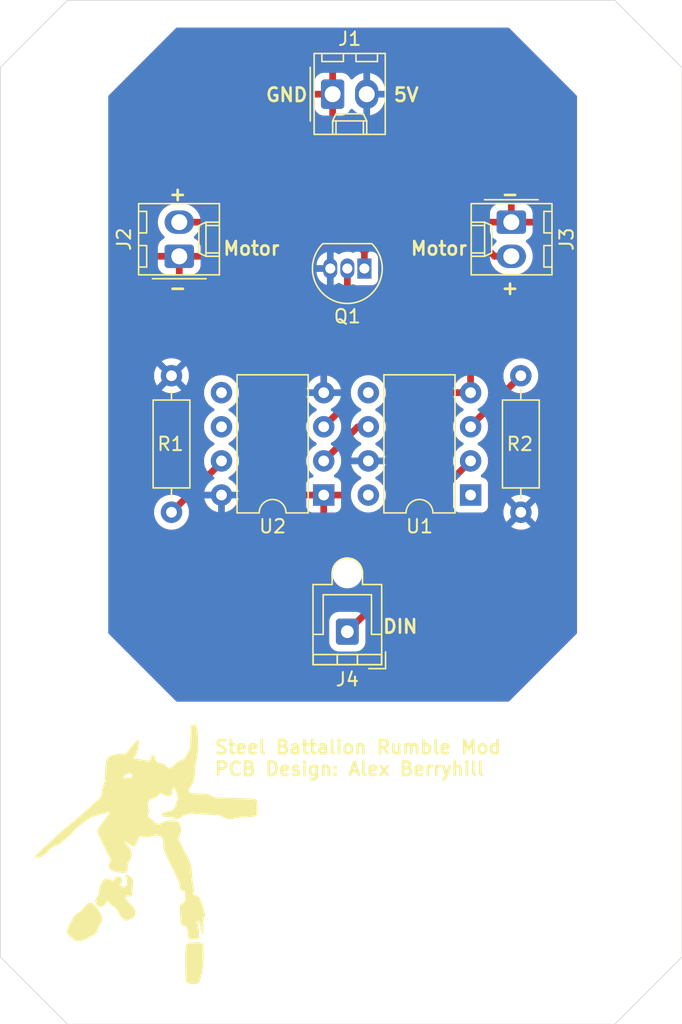
<source format=kicad_pcb>
(kicad_pcb (version 20240108) (generator "pcbnew") (generator_version "8.0")
  (layers (0 "F.Cu" signal) (31 "B.Cu" signal) (34 "B.Paste" user) (35 "F.Paste" user) (36 "B.SilkS" user "B.Silkscreen") (37 "F.SilkS" user "F.Silkscreen") (38 "B.Mask" user) (39 "F.Mask" user) (44 "Edge.Cuts" user))
  (net 0 "")
  (net 1 "GND")
  (net 2 "Net-(Q1-B)")
  (net 3 "+5V")
  (net 4 "Net-(U2-DIS)")
  (net 7 "Net-(U2-TR)")
  (net 8 "Net-(U1-+)")
  (net 11 "Net-(J2-Pin_2)")
  (net 12 "Net-(J4-Pin_1)")
  (footprint "LOGO" (layer "F.Cu") (at 161.925 118.11)
    (property "Reference" "G***" (hide yes))
    (property "Value" "LOGO" (hide yes))
    (fp_poly (pts (xy -3.9313 3.702741) (xy -3.764135 3.839519) (xy -3.575326 4.050608) (xy -3.413165 4.271283) (xy -3.25239 4.574737) (xy -3.194578 4.855423) (xy -3.240254 5.106409) (xy -3.338048 5.265474) (xy -3.444722 5.430837) (xy -3.52826 5.624591) (xy -3.535641 5.649099) (xy -3.598821 5.834471) (xy -3.681947 5.966097) (xy -3.811859 6.071763) (xy -4.0154 6.179256) (xy -4.074115 6.206547) (xy -4.279836 6.30109) (xy -4.469829 6.388703) (xy -4.579867 6.43969) (xy -4.854032 6.53666) (xy -5.075217 6.54391) (xy -5.23611 6.47722) (xy -5.469332 6.300205) (xy -5.660387 6.117907) (xy -5.791264 5.950139) (xy -5.84395 5.816712) (xy -5.844247 5.808295) (xy -5.81782 5.6999) (xy -5.746491 5.519563) (xy -5.642192 5.292299) (xy -5.516857 5.043128) (xy -5.382416 4.797065) (xy -5.279781 4.624787) (xy -5.183562 4.524636) (xy -5.030972 4.416282) (xy -4.959517 4.376134) (xy -4.722245 4.201055) (xy -4.592593 4.030683) (xy -4.43683 3.829686) (xy -4.245934 3.696905) (xy -4.062857 3.653553)) (fill solid) (layer "F.SilkS"))
    (fp_poly (pts (xy 4.038871 6.607124) (xy 4.145236 6.634775) (xy 4.227759 6.68657) (xy 4.27623 6.730595) (xy 4.310232 6.783618) (xy 4.33201 6.864267) (xy 4.343813 6.991173) (xy 4.34789 7.182966) (xy 4.346487 7.458275) (xy 4.3442 7.65161) (xy 4.336341 8.024788) (xy 4.321095 8.318265) (xy 4.294889 8.564663) (xy 4.254151 8.796606) (xy 4.195311 9.046716) (xy 4.188604 9.072782) (xy 4.121582 9.311142) (xy 4.056182 9.508144) (xy 4.001398 9.638424) (xy 3.974714 9.676015) (xy 3.872895 9.70217) (xy 3.700679 9.713502) (xy 3.499044 9.710229) (xy 3.308971 9.692572) (xy 3.205147 9.671885) (xy 3.076683 9.585275) (xy 3.028116 9.494853) (xy 3.016557 9.399425) (xy 3.005864 9.210057) (xy 2.996625 8.945197) (xy 2.989432 8.623293) (xy 2.984873 8.262795) (xy 2.98392 8.11231) (xy 2.982011 7.669049) (xy 2.984523 7.325192) (xy 2.997104 7.067758) (xy 3.025397 6.883769) (xy 3.075049 6.760245) (xy 3.151705 6.684205) (xy 3.261011 6.642672) (xy 3.408611 6.622666) (xy 3.600151 6.611206) (xy 3.637714 6.609161) (xy 3.879469 6.599868)) (fill solid) (layer "F.SilkS"))
    (fp_poly (pts (xy -1.211175 1.625898) (xy -1.085985 1.710985) (xy -0.994644 1.809037) (xy -0.9453 1.884259) (xy -0.915873 1.965447) (xy -0.904323 2.077598) (xy -0.908607 2.24571) (xy -0.926687 2.494779) (xy -0.932709 2.567666) (xy -0.983407 3.175) (xy -1.151991 3.183885) (xy -1.297184 3.192001) (xy -1.390818 3.197934) (xy -1.459512 3.239089) (xy -1.447809 3.336402) (xy -1.362545 3.475163) (xy -1.210554 3.640664) (xy -1.166039 3.681715) (xy -0.958351 3.879219) (xy -0.827511 4.038181) (xy -0.757758 4.183731) (xy -0.733327 4.341) (xy -0.732522 4.372832) (xy -0.757817 4.583845) (xy -0.852802 4.741741) (xy -1.038147 4.88063) (xy -1.041362 4.882531) (xy -1.270811 4.985769) (xy -1.462528 4.990937) (xy -1.639693 4.894418) (xy -1.762736 4.76996) (xy -1.883686 4.60658) (xy -1.971844 4.447303) (xy -1.996025 4.378116) (xy -2.074542 4.21925) (xy -2.220517 4.05985) (xy -2.39577 3.937759) (xy -2.472879 3.905432) (xy -2.577525 3.832067) (xy -2.670808 3.705829) (xy -2.671307 3.704867) (xy -2.753645 3.583403) (xy -2.823617 3.542586) (xy -2.862854 3.589753) (xy -2.865929 3.627112) (xy -2.913804 3.751288) (xy -3.032179 3.8738) (xy -3.183173 3.963223) (xy -3.303137 3.989823) (xy -3.492041 3.942532) (xy -3.628463 3.818952) (xy -3.703181 3.646524) (xy -3.706974 3.452687) (xy -3.630621 3.264884) (xy -3.570932 3.192896) (xy -3.469736 3.049983) (xy -3.440908 2.871877) (xy -3.441741 2.834016) (xy -3.422119 2.629606) (xy -3.358588 2.401421) (xy -3.26561 2.183515) (xy -3.157647 2.009941) (xy -3.051827 1.915932) (xy -2.86109 1.862515) (xy -2.67781 1.865424) (xy -2.544211 1.922818) (xy -2.528761 1.938717) (xy -2.422921 2.015873) (xy -2.335206 1.994312) (xy -2.293842 1.898447) (xy -2.23179 1.788292) (xy -2.085333 1.719462) (xy -1.945634 1.692253) (xy -1.857132 1.722626) (xy -1.797717 1.784909) (xy -1.725411 1.953966) (xy -1.734256 2.145277) (xy -1.801584 2.279927) (xy -1.847732 2.349024) (xy -1.826603 2.391193) (xy -1.720134 2.42539) (xy -1.647602 2.441512) (xy -1.511482 2.454526) (xy -1.433904 2.407449) (xy -1.408774 2.367478) (xy -1.359721 2.196793) (xy -1.353585 1.988452) (xy -1.389611 1.801357) (xy -1.416788 1.743829) (xy -1.45483 1.638627) (xy -1.418185 1.58623) (xy -1.329437 1.58315)) (fill solid) (layer "F.SilkS"))
    (fp_poly (pts (xy 3.687201 -9.596424) (xy 3.769432 -9.557184) (xy 3.83001 -9.467209) (xy 3.873571 -9.312903) (xy 3.904751 -9.08067) (xy 3.928189 -8.756914) (xy 3.93915 -8.541593) (xy 3.952819 -8.194526) (xy 3.955309 -7.922777) (xy 3.944269 -7.689624) (xy 3.917347 -7.458343) (xy 3.872192 -7.19221) (xy 3.842961 -7.039307) (xy 3.789506 -6.738443) (xy 3.746108 -6.443106) (xy 3.717563 -6.189381) (xy 3.708537 -6.027803) (xy 3.669909 -5.595224) (xy 3.555009 -5.244758) (xy 3.453454 -5.079251) (xy 3.356007 -4.92613) (xy 3.291173 -4.781578) (xy 3.286775 -4.76601) (xy 3.276126 -4.652196) (xy 3.318888 -4.570432) (xy 3.428112 -4.515711) (xy 3.616849 -4.483027) (xy 3.898147 -4.467375) (xy 4.072973 -4.464412) (xy 4.361154 -4.458976) (xy 4.561912 -4.446391) (xy 4.700166 -4.422876) (xy 4.800832 -4.384651) (xy 4.866753 -4.343984) (xy 5.011102 -4.255484) (xy 5.137314 -4.198553) (xy 5.141815 -4.197215) (xy 5.226577 -4.18731) (xy 5.407591 -4.175923) (xy 5.66874 -4.163733) (xy 5.993906 -4.151419) (xy 6.366971 -4.139658) (xy 6.743363 -4.129799) (xy 7.199499 -4.118204) (xy 7.555952 -4.10691) (xy 7.825422 -4.094888) (xy 8.020609 -4.081107) (xy 8.154211 -4.064537) (xy 8.238928 -4.044149) (xy 8.287459 -4.018913) (xy 8.302766 -4.003331) (xy 8.340941 -3.891401) (xy 8.364833 -3.680425) (xy 8.373009 -3.38617) (xy 8.373009 -2.860194) (xy 8.178133 -2.778769) (xy 8.002978 -2.73347) (xy 7.751249 -2.705041) (xy 7.515603 -2.697345) (xy 7.241391 -2.685771) (xy 6.959177 -2.655312) (xy 6.7269 -2.612361) (xy 6.713024 -2.608792) (xy 6.375461 -2.548292) (xy 6.091525 -2.566797) (xy 5.831842 -2.667536) (xy 5.754531 -2.71411) (xy 5.65924 -2.770659) (xy 5.561569 -2.811223) (xy 5.43932 -2.83952) (xy 5.270293 -2.859269) (xy 5.032291 -2.874187) (xy 4.720354 -2.887338) (xy 4.401724 -2.90126) (xy 4.098103 -2.917696) (xy 3.839414 -2.934816) (xy 3.655582 -2.950787) (xy 3.624558 -2.95442) (xy 3.335505 -2.961028) (xy 3.070001 -2.911911) (xy 2.859802 -2.815274) (xy 2.770017 -2.733625) (xy 2.615452 -2.616353) (xy 2.415472 -2.564959) (xy 2.217038 -2.586898) (xy 2.127406 -2.631617) (xy 1.969625 -2.696204) (xy 1.723598 -2.723909) (xy 1.629646 -2.725442) (xy 1.432833 -2.728059) (xy 1.321756 -2.742688) (xy 1.269778 -2.7795) (xy 1.250262 -2.848666) (xy 1.24743 -2.871372) (xy 1.248605 -2.958751) (xy 1.293773 -3.017834) (xy 1.407605 -3.069418) (xy 1.528403 -3.108262) (xy 1.726634 -3.166817) (xy 1.904068 -3.215967) (xy 1.976071 -3.234146) (xy 2.10087 -3.311613) (xy 2.209382 -3.458004) (xy 2.272661 -3.63057) (xy 2.278483 -3.680752) (xy 2.30552 -3.768454) (xy 2.355211 -3.871806) (xy 2.401577 -4.053375) (xy 2.388243 -4.290336) (xy 2.320246 -4.546211) (xy 2.237003 -4.72753) (xy 2.113304 -4.947622) (xy 2.022623 -4.59516) (xy 1.970424 -4.405125) (xy 1.925599 -4.300264) (xy 1.870012 -4.256299) (xy 1.785527 -4.248948) (xy 1.764587 -4.249691) (xy 1.610931 -4.278834) (xy 1.42222 -4.343869) (xy 1.35135 -4.375481) (xy 1.202674 -4.444272) (xy 1.120089 -4.464555) (xy 1.068816 -4.43739) (xy 1.029138 -4.385299) (xy 0.869612 -4.195806) (xy 0.72623 -4.109398) (xy 0.672967 -4.102212) (xy 0.49913 -4.068592) (xy 0.347832 -3.984131) (xy 0.260461 -3.87343) (xy 0.254939 -3.853751) (xy 0.213425 -3.621276) (xy 0.202021 -3.469309) (xy 0.221356 -3.369902) (xy 0.267405 -3.300209) (xy 0.322014 -3.223029) (xy 0.321625 -3.142533) (xy 0.267886 -3.014158) (xy 0.213498 -2.872866) (xy 0.226127 -2.774874) (xy 0.318993 -2.683772) (xy 0.409971 -2.622831) (xy 0.540666 -2.511357) (xy 0.626717 -2.391894) (xy 0.734453 -2.278051) (xy 0.904743 -2.22187) (xy 1.101507 -2.227139) (xy 1.288663 -2.297647) (xy 1.320576 -2.319036) (xy 1.461397 -2.395634) (xy 1.647221 -2.441184) (xy 1.88946 -2.46329) (xy 2.162604 -2.466208) (xy 2.351531 -2.434317) (xy 2.481733 -2.357213) (xy 2.578699 -2.224494) (xy 2.605729 -2.170994) (xy 2.687424 -1.896944) (xy 2.66869 -1.614822) (xy 2.584529 -1.375832) (xy 2.471712 -1.128184) (xy 2.667466 -0.718627) (xy 2.779245 -0.48849) (xy 2.890428 -0.26569) (xy 2.97844 -0.095411) (xy 2.984407 -0.084292) (xy 3.150609 0.225853) (xy 3.271559 0.462892) (xy 3.355432 0.652597) (xy 3.410399 0.820742) (xy 3.444634 0.9931) (xy 3.46631 1.195445) (xy 3.483599 1.45355) (xy 3.486306 1.498458) (xy 3.508933 1.796494) (xy 3.538906 2.0831) (xy 3.572078 2.323044) (xy 3.600096 2.465564) (xy 3.640435 2.670339) (xy 3.634433 2.814487) (xy 3.608626 2.889768) (xy 3.571925 2.990169) (xy 3.592302 3.049219) (xy 3.689752 3.089372) (xy 3.811508 3.117611) (xy 3.916304 3.158318) (xy 4.008282 3.241238) (xy 4.095182 3.380822) (xy 4.184744 3.591521) (xy 4.284709 3.887784) (xy 4.363203 4.147627) (xy 4.428125 4.374287) (xy 4.46211 4.521082) (xy 4.466784 4.615716) (xy 4.443768 4.685895) (xy 4.39872 4.753795) (xy 4.350658 4.835573) (xy 4.324497 4.934883) (xy 4.317554 5.079396) (xy 4.327147 5.296786) (xy 4.335048 5.410815) (xy 4.347537 5.702271) (xy 4.33689 5.903729) (xy 4.304146 6.008607) (xy 4.250342 6.01032) (xy 4.241712 6.002479) (xy 4.217325 5.934759) (xy 4.184446 5.788906) (xy 4.153877 5.618347) (xy 4.115198 5.415135) (xy 4.072467 5.24577) (xy 4.041435 5.161347) (xy 3.972866 5.07793) (xy 3.912837 5.060266) (xy 3.893862 5.109695) (xy 3.908104 5.155863) (xy 3.932849 5.254133) (xy 3.962406 5.432434) (xy 3.991765 5.658841) (xy 4.002534 5.757693) (xy 4.025218 6.000794) (xy 4.031353 6.157058) (xy 4.018912 6.251094) (xy 3.985868 6.307512) (xy 3.955111 6.333689) (xy 3.831471 6.379068) (xy 3.647805 6.401739) (xy 3.454483 6.40005) (xy 3.301879 6.372351) (xy 3.267439 6.356224) (xy 3.21944 6.271341) (xy 3.180948 6.095697) (xy 3.161786 5.921576) (xy 3.134251 5.669367) (xy 3.091678 5.510369) (xy 3.024201 5.425519) (xy 2.921958 5.395757) (xy 2.889123 5.394691) (xy 2.794947 5.37632) (xy 2.724913 5.311489) (xy 2.674342 5.18562) (xy 2.638552 4.984137) (xy 2.612862 4.69246) (xy 2.601943 4.500335) (xy 2.588798 4.216851) (xy 2.584727 4.024938) (xy 2.592071 3.903977) (xy 2.613174 3.833352) (xy 2.650377 3.792445) (xy 2.684706 3.771809) (xy 2.838448 3.67148) (xy 2.928064 3.553439) (xy 2.969371 3.385323) (xy 2.978319 3.170986) (xy 2.975428 2.975677) (xy 2.960693 2.867314) (xy 2.925025 2.82049) (xy 2.859333 2.809797) (xy 2.849071 2.809735) (xy 2.697296 2.773156) (xy 2.611726 2.656716) (xy 2.584956 2.451163) (xy 2.572395 2.350646) (xy 2.531489 2.209922) (xy 2.457404 2.017417) (xy 2.345308 1.761554) (xy 2.190365 1.43076) (xy 1.987744 1.013458) (xy 1.966815 0.970876) (xy 1.775813 0.581726) (xy 1.628856 0.277915) (xy 1.520174 0.044038) (xy 1.443995 -0.135313) (xy 1.394548 -0.275543) (xy 1.366061 -0.392058) (xy 1.352763 -0.500265) (xy 1.348884 -0.615571) (xy 1.348673 -0.679257) (xy 1.343543 -0.897415) (xy 1.322136 -1.038206) (xy 1.275422 -1.136417) (xy 1.210741 -1.21074) (xy 1.022002 -1.323001) (xy 0.779708 -1.345302) (xy 0.499123 -1.27654) (xy 0.468988 -1.26438) (xy 0.170667 -1.187904) (xy -0.107679 -1.210032) (xy -0.237875 -1.2609) (xy -0.324575 -1.303404) (xy -0.383417 -1.308504) (xy -0.43175 -1.259111) (xy -0.486926 -1.13814) (xy -0.560979 -0.942696) (xy -0.656473 -0.712838) (xy -0.743492 -0.579745) (xy -0.839835 -0.530909) (xy -0.963301 -0.55382) (xy -1.055088 -0.595425) (xy -1.224465 -0.69223) (xy -1.371464 -0.794035) (xy -1.390818 -0.809977) (xy -1.484503 -0.876846) (xy -1.515348 -0.870813) (xy -1.488112 -0.808764) (xy -1.407557 -0.707582) (xy -1.343655 -0.642703) (xy -1.125373 -0.376114) (xy -1.013933 -0.097628) (xy -1.010803 0.184397) (xy -1.117448 0.461603) (xy -1.142876 0.502059) (xy -1.24487 0.694708) (xy -1.287685 0.899077) (xy -1.292478 1.031517) (xy -1.306556 1.233521) (xy -1.344668 1.367546) (xy -1.366416 1.396275) (xy -1.478446 1.433426) (xy -1.665156 1.441448) (xy -1.893692 1.423887) (xy -2.131201 1.384288) (xy -2.344828 1.326198) (xy -2.45888 1.278365) (xy -2.639689 1.162839) (xy -2.723638 1.038809) (xy -2.721561 0.876727) (xy -2.668191 0.707487) (xy -2.574487 0.462127) (xy -3.050329 -0.487713) (xy -3.203281 -0.797923) (xy -3.339879 -1.084206) (xy -3.451316 -1.327363) (xy -3.528785 -1.508193) (xy -3.563061 -1.605508) (xy -3.570953 -1.681635) (xy -3.553658 -1.764338) (xy -3.501521 -1.870923) (xy -3.404883 -2.018698) (xy -3.254087 -2.224971) (xy -3.115248 -2.408052) (xy -2.944054 -2.636623) (xy -2.803542 -2.832781) (xy -2.705127 -2.979906) (xy -2.660225 -3.061375) (xy -2.659531 -3.071625) (xy -2.721859 -3.068011) (xy -2.866169 -3.035651) (xy -3.067974 -2.981791) (xy -3.302785 -2.913678) (xy -3.546115 -2.838557) (xy -3.773475 -2.763675) (xy -3.960378 -2.696278) (xy -4.044067 -2.661934) (xy -4.256917 -2.543345) (xy -4.515574 -2.361889) (xy -4.790784 -2.138353) (xy -4.832743 -2.10154) (xy -4.95215 -1.995609) (xy -5.114539 -1.851481) (xy -5.240154 -1.739957) (xy -5.379114 -1.606999) (xy -5.475657 -1.496338) (xy -5.507079 -1.437923) (xy -5.551031 -1.367115) (xy -5.657603 -1.284066) (xy -5.665413 -1.279374) (xy -5.795246 -1.18833) (xy -5.96096 -1.053519) (xy -6.072824 -0.953731) (xy -6.293168 -0.757054) (xy -6.454423 -0.635774) (xy -6.571396 -0.580608) (xy -6.658896 -0.582277) (xy -6.663035 -0.583789) (xy -6.76728 -0.567286) (xy -6.906514 -0.463358) (xy -6.920668 -0.449481) (xy -7.036466 -0.344945) (xy -7.123742 -0.285874) (xy -7.141048 -0.280973) (xy -7.192048 -0.242082) (xy -7.19292 -0.233399) (xy -7.235488 -0.147367) (xy -7.342488 -0.029319) (xy -7.482861 0.093492) (xy -7.62555 0.19381) (xy -7.736749 0.243839) (xy -7.979248 0.293504) (xy -8.132351 0.320809) (xy -8.216583 0.326821) (xy -8.252471 0.312606) (xy -8.260538 0.279227) (xy -8.260619 0.27103) (xy -8.221154 0.204797) (xy -8.113477 0.081388) (xy -7.953665 -0.082031) (xy -7.757794 -0.268295) (xy -7.74151 -0.283246) (xy -7.491929 -0.512948) (xy -7.225206 -0.760296) (xy -6.977904 -0.991296) (xy -6.828346 -1.132251) (xy -6.600168 -1.343097) (xy -6.347451 -1.568115) (xy -6.116854 -1.765932) (xy -6.069026 -1.805552) (xy -5.898513 -1.946344) (xy -5.763125 -2.05981) (xy -5.685111 -2.127243) (xy -5.675663 -2.1363) (xy -5.615452 -2.188967) (xy -5.506773 -2.275288) (xy -5.496151 -2.283455) (xy -5.31819 -2.425083) (xy -5.094724 -2.610841) (xy -4.839456 -2.828512) (xy -4.566088 -3.065879) (xy -4.288323 -3.310725) (xy -4.019864 -3.550833) (xy -3.774415 -3.773987) (xy -3.565677 -3.967971) (xy -3.407354 -4.120566) (xy -3.313149 -4.219557) (xy -3.293391 -4.247322) (xy -3.271111 -4.359771) (xy -3.259688 -4.523751) (xy -3.259292 -4.558604) (xy -3.232048 -4.751186) (xy -3.164049 -4.960396) (xy -3.137344 -5.017614) (xy -3.086563 -5.13222) (xy -3.049261 -5.263587) (xy -3.022067 -5.434364) (xy -3.001609 -5.667201) (xy -2.999503 -5.706331) (xy -1.600457 -5.706331) (xy -1.598893 -5.671366) (xy -1.518573 -5.631508) (xy -1.374311 -5.618799) (xy -1.210602 -5.630836) (xy -1.071939 -5.665218) (xy -1.012098 -5.703045) (xy -0.966388 -5.820582) (xy -1.016217 -5.914878) (xy -1.144908 -5.956461) (xy -1.155601 -5.956637) (xy -1.282864 -5.930449) (xy -1.421273 -5.865944) (xy -1.53806 -5.784209) (xy -1.600457 -5.706331) (xy -2.999503 -5.706331) (xy -2.984516 -5.984746) (xy -2.980838 -6.069026) (xy -2.962948 -6.388467) (xy -2.939212 -6.663394) (xy -2.911961 -6.872546) (xy -2.883525 -6.994664) (xy -2.878121 -7.006379) (xy -2.741907 -7.182002) (xy -2.549593 -7.30407) (xy -2.283623 -7.380291) (xy -1.941761 -7.417541) (xy -1.439053 -7.445796) (xy -1.19418 -7.754867) (xy -0.964605 -8.040594) (xy -0.792004 -8.24469) (xy -0.667134 -8.37634) (xy -0.580754 -8.444724) (xy -0.523624 -8.459027) (xy -0.499356 -8.445285) (xy -0.466597 -8.347818) (xy -0.464574 -8.176663) (xy -0.488852 -7.964878) (xy -0.535 -7.74552) (xy -0.598584 -7.551648) (xy -0.627553 -7.489314) (xy -0.7122 -7.320177) (xy -0.781383 -7.169485) (xy -0.792001 -7.1439) (xy -0.819778 -7.049356) (xy -0.782705 -7.0292) (xy -0.739644 -7.038235) (xy -0.632933 -7.041877) (xy -0.455172 -7.02478) (xy -0.246718 -6.99098) (xy 0.027074 -6.940585) (xy 0.209494 -6.917044) (xy 0.318894 -6.922867) (xy 0.373625 -6.960563) (xy 0.392037 -7.032645) (xy 0.393363 -7.078553) (xy 0.428866 -7.219749) (xy 0.51538 -7.312701) (xy 0.622918 -7.330598) (xy 0.658158 -7.315308) (xy 0.708134 -7.239074) (xy 0.752814 -7.099395) (xy 0.760011 -7.06483) (xy 0.804082 -6.914629) (xy 0.88485 -6.818546) (xy 1.028579 -6.757005) (xy 1.228268 -6.715832) (xy 1.409903 -6.666133) (xy 1.523322 -6.575888) (xy 1.565437 -6.511899) (xy 1.645724 -6.400793) (xy 1.738078 -6.371666) (xy 1.822567 -6.384096) (xy 1.951956 -6.444001) (xy 2.111402 -6.560843) (xy 2.219753 -6.662158) (xy 2.37512 -6.801761) (xy 2.530152 -6.905461) (xy 2.616876 -6.9411) (xy 2.757944 -6.974023) (xy 2.847955 -6.997662) (xy 2.903207 -7.05395) (xy 2.991638 -7.185855) (xy 3.096798 -7.368154) (xy 3.128928 -7.428477) (xy 3.343584 -7.839159) (xy 3.371682 -8.710177) (xy 3.399779 -9.581194) (xy 3.578678 -9.598525)) (fill solid) (layer "F.SilkS"))
  )
  (footprint "Package_DIP:DIP-8_W7.62mm" (layer "F.Cu") (at 175.23 91.43 180)
    (property "Reference" "U2" (at 3.81 -2.33 0) (layer "F.SilkS"))
    (property "Value" "LM555xN")
    (fp_line (start 6.46 8.95) (end 6.46 -1.33) (stroke (width 0.12)) (layer "F.SilkS"))
    (fp_line (start 6.46 -1.33) (end 4.81 -1.33) (stroke (width 0.12)) (layer "F.SilkS"))
    (fp_line (start 2.81 -1.33) (end 1.16 -1.33) (stroke (width 0.12)) (layer "F.SilkS"))
    (fp_line (start 1.16 8.95) (end 6.46 8.95) (stroke (width 0.12)) (layer "F.SilkS"))
    (fp_line (start 1.16 -1.33) (end 1.16 8.95) (stroke (width 0.12)) (layer "F.SilkS"))
    (fp_arc (start 4.81 -1.33) (mid 3.81 -0.33) (end 2.81 -1.33) (stroke (width 0.12)) (layer "F.SilkS"))
    (pad "1" thru_hole rect (at 0 0 180) (size 1.6 1.6) (drill 0.8) (layers "*.Cu" "*.Mask") (net 1 "GND"))
    (pad "2" thru_hole oval (at 0 2.54 180) (size 1.6 1.6) (drill 0.8) (layers "*.Cu" "*.Mask") (net 7 "Net-(U2-TR)"))
    (pad "3" thru_hole oval (at 0 5.08 180) (size 1.6 1.6) (drill 0.8) (layers "*.Cu" "*.Mask") (net 2 "Net-(Q1-B)"))
    (pad "4" thru_hole oval (at 0 7.62 180) (size 1.6 1.6) (drill 0.8) (layers "*.Cu" "*.Mask") (net 3 "+5V"))
    (pad "5" thru_hole oval (at 7.62 7.62 180) (size 1.6 1.6) (drill 0.8) (layers "*.Cu" "*.Mask"))
    (pad "6" thru_hole oval (at 7.62 5.08 180) (size 1.6 1.6) (drill 0.8) (layers "*.Cu" "*.Mask") (net 4 "Net-(U2-DIS)"))
    (pad "7" thru_hole oval (at 7.62 2.54 180) (size 1.6 1.6) (drill 0.8) (layers "*.Cu" "*.Mask") (net 4 "Net-(U2-DIS)"))
    (pad "8" thru_hole oval (at 7.62 0 180) (size 1.6 1.6) (drill 0.8) (layers "*.Cu" "*.Mask") (net 3 "+5V"))
  )
  (footprint "Resistor_THT:R_Axial_DIN0207_L6.3mm_D2.5mm_P10.16mm_Horizontal" (layer "F.Cu") (at 163.885 82.55 -90)
    (property "Reference" "R1" (at 5.08 0.075 0) (layer "F.SilkS"))
    (property "Value" "R_US")
    (fp_line (start 1.81 1.37) (end 8.35 1.37) (stroke (width 0.12)) (layer "F.SilkS"))
    (fp_line (start 8.35 1.37) (end 8.35 -1.37) (stroke (width 0.12)) (layer "F.SilkS"))
    (fp_line (start 1.04 0) (end 1.81 0) (stroke (width 0.12)) (layer "F.SilkS"))
    (fp_line (start 9.12 0) (end 8.35 0) (stroke (width 0.12)) (layer "F.SilkS"))
    (fp_line (start 1.81 -1.37) (end 1.81 1.37) (stroke (width 0.12)) (layer "F.SilkS"))
    (fp_line (start 8.35 -1.37) (end 1.81 -1.37) (stroke (width 0.12)) (layer "F.SilkS"))
    (pad "1" thru_hole circle (at 0 0 270) (size 1.6 1.6) (drill 0.8) (layers "*.Cu" "*.Mask") (net 3 "+5V"))
    (pad "2" thru_hole oval (at 10.16 0 270) (size 1.6 1.6) (drill 0.8) (layers "*.Cu" "*.Mask") (net 4 "Net-(U2-DIS)"))
  )
  (footprint "Resistor_THT:R_Axial_DIN0207_L6.3mm_D2.5mm_P10.16mm_Horizontal" (layer "F.Cu") (at 189.92 92.71 90)
    (property "Reference" "R2" (at 5.08 -0.075 0) (layer "F.SilkS"))
    (property "Value" "R_US")
    (fp_line (start 8.35 -1.37) (end 1.81 -1.37) (stroke (width 0.12)) (layer "F.SilkS"))
    (fp_line (start 1.81 -1.37) (end 1.81 1.37) (stroke (width 0.12)) (layer "F.SilkS"))
    (fp_line (start 9.12 0) (end 8.35 0) (stroke (width 0.12)) (layer "F.SilkS"))
    (fp_line (start 1.04 0) (end 1.81 0) (stroke (width 0.12)) (layer "F.SilkS"))
    (fp_line (start 8.35 1.37) (end 8.35 -1.37) (stroke (width 0.12)) (layer "F.SilkS"))
    (fp_line (start 1.81 1.37) (end 8.35 1.37) (stroke (width 0.12)) (layer "F.SilkS"))
    (pad "1" thru_hole circle (at 0 0 90) (size 1.6 1.6) (drill 0.8) (layers "*.Cu" "*.Mask") (net 3 "+5V"))
    (pad "2" thru_hole oval (at 10.16 0 90) (size 1.6 1.6) (drill 0.8) (layers "*.Cu" "*.Mask") (net 8 "Net-(U1-+)"))
  )
  (footprint "Package_TO_SOT_THT:TO-92_Inline" (layer "F.Cu") (at 178.26 74.57 180)
    (property "Reference" "Q1" (at 1.27 -3.56 0) (layer "F.SilkS"))
    (property "Value" "2N3904")
    (fp_line (start -0.53 1.85) (end 3.07 1.85) (stroke (width 0.12)) (layer "F.SilkS"))
    (fp_arc (start 1.27 -2.6) (mid 3.672087 -0.994977) (end 3.108478 1.838478) (stroke (width 0.12)) (layer "F.SilkS"))
    (fp_arc (start -0.568478 1.838478) (mid -1.132087 -0.994977) (end 1.27 -2.6) (stroke (width 0.12)) (layer "F.SilkS"))
    (pad "1" thru_hole rect (at 0 0 180) (size 1.05 1.5) (drill 0.75) (layers "*.Cu" "*.Mask") (net 11 "Net-(J2-Pin_2)"))
    (pad "2" thru_hole oval (at 1.27 0 180) (size 1.05 1.5) (drill 0.75) (layers "*.Cu" "*.Mask") (net 2 "Net-(Q1-B)"))
    (pad "3" thru_hole oval (at 2.54 0 180) (size 1.05 1.5) (drill 0.75) (layers "*.Cu" "*.Mask") (net 3 "+5V"))
  )
  (footprint "Package_DIP:DIP-8_W7.62mm" (layer "F.Cu") (at 186.175 91.43 180)
    (property "Reference" "U1" (at 3.81 -2.33 0) (layer "F.SilkS"))
    (property "Value" "LM741")
    (fp_line (start 6.46 8.95) (end 6.46 -1.33) (stroke (width 0.12)) (layer "F.SilkS"))
    (fp_line (start 6.46 -1.33) (end 4.81 -1.33) (stroke (width 0.12)) (layer "F.SilkS"))
    (fp_line (start 2.81 -1.33) (end 1.16 -1.33) (stroke (width 0.12)) (layer "F.SilkS"))
    (fp_line (start 1.16 8.95) (end 6.46 8.95) (stroke (width 0.12)) (layer "F.SilkS"))
    (fp_line (start 1.16 -1.33) (end 1.16 8.95) (stroke (width 0.12)) (layer "F.SilkS"))
    (fp_arc (start 4.81 -1.33) (mid 3.81 -0.33) (end 2.81 -1.33) (stroke (width 0.12)) (layer "F.SilkS"))
    (pad "1" thru_hole rect (at 0 0 180) (size 1.6 1.6) (drill 0.8) (layers "*.Cu" "*.Mask"))
    (pad "2" thru_hole oval (at 0 2.54 180) (size 1.6 1.6) (drill 0.8) (layers "*.Cu" "*.Mask") (net 12 "Net-(J4-Pin_1)"))
    (pad "3" thru_hole oval (at 0 5.08 180) (size 1.6 1.6) (drill 0.8) (layers "*.Cu" "*.Mask") (net 8 "Net-(U1-+)"))
    (pad "4" thru_hole oval (at 0 7.62 180) (size 1.6 1.6) (drill 0.8) (layers "*.Cu" "*.Mask") (net 1 "GND"))
    (pad "5" thru_hole oval (at 7.62 7.62 180) (size 1.6 1.6) (drill 0.8) (layers "*.Cu" "*.Mask"))
    (pad "6" thru_hole oval (at 7.62 5.08 180) (size 1.6 1.6) (drill 0.8) (layers "*.Cu" "*.Mask") (net 7 "Net-(U2-TR)"))
    (pad "7" thru_hole oval (at 7.62 2.54 180) (size 1.6 1.6) (drill 0.8) (layers "*.Cu" "*.Mask") (net 3 "+5V"))
    (pad "8" thru_hole oval (at 7.62 0 180) (size 1.6 1.6) (drill 0.8) (layers "*.Cu" "*.Mask"))
  )
  (footprint "Connector_Molex:Molex_KK-254_AE-6410-02A_1x02_P2.54mm_Vertical" (layer "F.Cu") (at 189.21 71.12 -90)
    (property "Reference" "J3" (at 1.27 -4.12 90) (layer "F.SilkS"))
    (property "Value" "Conn_01x02")
    (fp_line (start -1.38 2.99) (end 3.92 2.99) (stroke (width 0.12)) (layer "F.SilkS"))
    (fp_line (start 0 2.99) (end 0 1.99) (stroke (width 0.12)) (layer "F.SilkS"))
    (fp_line (start 0.25 2.99) (end 0.25 1.99) (stroke (width 0.12)) (layer "F.SilkS"))
    (fp_line (start 2.29 2.99) (end 2.29 1.99) (stroke (width 0.12)) (layer "F.SilkS"))
    (fp_line (start 3.92 2.99) (end 3.92 -3.03) (stroke (width 0.12)) (layer "F.SilkS"))
    (fp_line (start 0 1.99) (end 2.54 1.99) (stroke (width 0.12)) (layer "F.SilkS"))
    (fp_line (start 0 1.99) (end 0.25 1.46) (stroke (width 0.12)) (layer "F.SilkS"))
    (fp_line (start 2.54 1.99) (end 2.54 2.99) (stroke (width 0.12)) (layer "F.SilkS"))
    (fp_line (start 0.25 1.46) (end 2.29 1.46) (stroke (width 0.12)) (layer "F.SilkS"))
    (fp_line (start 2.29 1.46) (end 2.54 1.99) (stroke (width 0.12)) (layer "F.SilkS"))
    (fp_line (start -1.67 -2) (end -1.67 2) (stroke (width 0.12)) (layer "F.SilkS"))
    (fp_line (start -0.8 -2.43) (end 0.8 -2.43) (stroke (width 0.12)) (layer "F.SilkS"))
    (fp_line (start 0.8 -2.43) (end 0.8 -3.03) (stroke (width 0.12)) (layer "F.SilkS"))
    (fp_line (start 1.74 -2.43) (end 3.34 -2.43) (stroke (width 0.12)) (layer "F.SilkS"))
    (fp_line (start 3.34 -2.43) (end 3.34 -3.03) (stroke (width 0.12)) (layer "F.SilkS"))
    (fp_line (start -1.38 -3.03) (end -1.38 2.99) (stroke (width 0.12)) (layer "F.SilkS"))
    (fp_line (start -0.8 -3.03) (end -0.8 -2.43) (stroke (width 0.12)) (layer "F.SilkS"))
    (fp_line (start 1.74 -3.03) (end 1.74 -2.43) (stroke (width 0.12)) (layer "F.SilkS"))
    (fp_line (start 3.92 -3.03) (end -1.38 -3.03) (stroke (width 0.12)) (layer "F.SilkS"))
    (pad "1" thru_hole roundrect (at 0 0 270) (size 1.74 2.19) (drill 1.19) (layers "*.Cu" "*.Mask") (roundrect_rratio 0.143678) (net 1 "GND"))
    (pad "2" thru_hole oval (at 2.54 0 270) (size 1.74 2.19) (drill 1.19) (layers "*.Cu" "*.Mask") (net 11 "Net-(J2-Pin_2)"))
  )
  (footprint "Connector_Molex:Molex_KK-254_AE-6410-02A_1x02_P2.54mm_Vertical" (layer "F.Cu") (at 175.895 61.595)
    (property "Reference" "J1" (at 1.27 -4.12 0) (layer "F.SilkS"))
    (property "Value" "Conn_01x02")
    (fp_line (start -1.67 -2) (end -1.67 2) (stroke (width 0.12)) (layer "F.SilkS"))
    (fp_line (start -1.38 -3.03) (end -1.38 2.99) (stroke (width 0.12)) (layer "F.SilkS"))
    (fp_line (start -1.38 2.99) (end 3.92 2.99) (stroke (width 0.12)) (layer "F.SilkS"))
    (fp_line (start -0.8 -3.03) (end -0.8 -2.43) (stroke (width 0.12)) (layer "F.SilkS"))
    (fp_line (start -0.8 -2.43) (end 0.8 -2.43) (stroke (width 0.12)) (layer "F.SilkS"))
    (fp_line (start 0 1.99) (end 0.25 1.46) (stroke (width 0.12)) (layer "F.SilkS"))
    (fp_line (start 0 1.99) (end 2.54 1.99) (stroke (width 0.12)) (layer "F.SilkS"))
    (fp_line (start 0 2.99) (end 0 1.99) (stroke (width 0.12)) (layer "F.SilkS"))
    (fp_line (start 0.25 1.46) (end 2.29 1.46) (stroke (width 0.12)) (layer "F.SilkS"))
    (fp_line (start 0.25 2.99) (end 0.25 1.99) (stroke (width 0.12)) (layer "F.SilkS"))
    (fp_line (start 0.8 -2.43) (end 0.8 -3.03) (stroke (width 0.12)) (layer "F.SilkS"))
    (fp_line (start 1.74 -3.03) (end 1.74 -2.43) (stroke (width 0.12)) (layer "F.SilkS"))
    (fp_line (start 1.74 -2.43) (end 3.34 -2.43) (stroke (width 0.12)) (layer "F.SilkS"))
    (fp_line (start 2.29 1.46) (end 2.54 1.99) (stroke (width 0.12)) (layer "F.SilkS"))
    (fp_line (start 2.29 2.99) (end 2.29 1.99) (stroke (width 0.12)) (layer "F.SilkS"))
    (fp_line (start 2.54 1.99) (end 2.54 2.99) (stroke (width 0.12)) (layer "F.SilkS"))
    (fp_line (start 3.34 -2.43) (end 3.34 -3.03) (stroke (width 0.12)) (layer "F.SilkS"))
    (fp_line (start 3.92 -3.03) (end -1.38 -3.03) (stroke (width 0.12)) (layer "F.SilkS"))
    (fp_line (start 3.92 2.99) (end 3.92 -3.03) (stroke (width 0.12)) (layer "F.SilkS"))
    (pad "1" thru_hole roundrect (at 0 0) (size 1.74 2.19) (drill 1.19) (layers "*.Cu" "*.Mask") (roundrect_rratio 0.143678) (net 1 "GND"))
    (pad "2" thru_hole oval (at 2.54 0) (size 1.74 2.19) (drill 1.19) (layers "*.Cu" "*.Mask") (net 3 "+5V"))
  )
  (footprint "Connector_Molex:Molex_KK-254_AE-6410-02A_1x02_P2.54mm_Vertical" (layer "F.Cu") (at 164.465 73.66 90)
    (property "Reference" "J2" (at 1.27 -4.12 90) (layer "F.SilkS"))
    (property "Value" "Conn_01x02")
    (fp_line (start 3.92 -3.03) (end -1.38 -3.03) (stroke (width 0.12)) (layer "F.SilkS"))
    (fp_line (start 1.74 -3.03) (end 1.74 -2.43) (stroke (width 0.12)) (layer "F.SilkS"))
    (fp_line (start -0.8 -3.03) (end -0.8 -2.43) (stroke (width 0.12)) (layer "F.SilkS"))
    (fp_line (start -1.38 -3.03) (end -1.38 2.99) (stroke (width 0.12)) (layer "F.SilkS"))
    (fp_line (start 3.34 -2.43) (end 3.34 -3.03) (stroke (width 0.12)) (layer "F.SilkS"))
    (fp_line (start 1.74 -2.43) (end 3.34 -2.43) (stroke (width 0.12)) (layer "F.SilkS"))
    (fp_line (start 0.8 -2.43) (end 0.8 -3.03) (stroke (width 0.12)) (layer "F.SilkS"))
    (fp_line (start -0.8 -2.43) (end 0.8 -2.43) (stroke (width 0.12)) (layer "F.SilkS"))
    (fp_line (start -1.67 -2) (end -1.67 2) (stroke (width 0.12)) (layer "F.SilkS"))
    (fp_line (start 2.29 1.46) (end 2.54 1.99) (stroke (width 0.12)) (layer "F.SilkS"))
    (fp_line (start 0.25 1.46) (end 2.29 1.46) (stroke (width 0.12)) (layer "F.SilkS"))
    (fp_line (start 2.54 1.99) (end 2.54 2.99) (stroke (width 0.12)) (layer "F.SilkS"))
    (fp_line (start 0 1.99) (end 0.25 1.46) (stroke (width 0.12)) (layer "F.SilkS"))
    (fp_line (start 0 1.99) (end 2.54 1.99) (stroke (width 0.12)) (layer "F.SilkS"))
    (fp_line (start 3.92 2.99) (end 3.92 -3.03) (stroke (width 0.12)) (layer "F.SilkS"))
    (fp_line (start 2.29 2.99) (end 2.29 1.99) (stroke (width 0.12)) (layer "F.SilkS"))
    (fp_line (start 0.25 2.99) (end 0.25 1.99) (stroke (width 0.12)) (layer "F.SilkS"))
    (fp_line (start 0 2.99) (end 0 1.99) (stroke (width 0.12)) (layer "F.SilkS"))
    (fp_line (start -1.38 2.99) (end 3.92 2.99) (stroke (width 0.12)) (layer "F.SilkS"))
    (pad "1" thru_hole roundrect (at 0 0 90) (size 1.74 2.19) (drill 1.19) (layers "*.Cu" "*.Mask") (roundrect_rratio 0.143678) (net 1 "GND"))
    (pad "2" thru_hole oval (at 2.54 0 90) (size 1.74 2.19) (drill 1.19) (layers "*.Cu" "*.Mask") (net 11 "Net-(J2-Pin_2)"))
  )
  (footprint "Connector_JST:JST_XH_B1B-XH-AM_1x01_P2.50mm_Vertical" (layer "F.Cu") (at 176.99 101.6 180)
    (property "Reference" "J4" (at 0 -3.55 0) (layer "F.SilkS"))
    (property "Value" "Conn_01x01_Socket")
    (fp_line (start 2.56 3.51) (end 1.135 3.51) (stroke (width 0.12)) (layer "F.SilkS"))
    (fp_line (start 2.56 -2.46) (end 2.56 3.51) (stroke (width 0.12)) (layer "F.SilkS"))
    (fp_line (start 2.55 -0.2) (end 1.8 -0.2) (stroke (width 0.12)) (layer "F.SilkS"))
    (fp_line (start 2.55 -1.7) (end 2.55 -2.45) (stroke (width 0.12)) (layer "F.SilkS"))
    (fp_line (start 2.55 -2.45) (end 0.75 -2.45) (stroke (width 0.12)) (layer "F.SilkS"))
    (fp_line (start 1.8 2.75) (end 0 2.75) (stroke (width 0.12)) (layer "F.SilkS"))
    (fp_line (start 1.8 -0.2) (end 1.8 2.75) (stroke (width 0.12)) (layer "F.SilkS"))
    (fp_line (start 1.135 3.51) (end 1.135 4.35) (stroke (width 0.12)) (layer "F.SilkS"))
    (fp_line (start 0.75 -1.7) (end 2.55 -1.7) (stroke (width 0.12)) (layer "F.SilkS"))
    (fp_line (start 0.75 -1.7) (end -0.75 -1.7) (stroke (width 0.12)) (layer "F.SilkS"))
    (fp_line (start 0.75 -2.45) (end 0.75 -1.7) (stroke (width 0.12)) (layer "F.SilkS"))
    (fp_line (start 0.75 -2.45) (end 0.75 -1.7) (stroke (width 0.12)) (layer "F.SilkS"))
    (fp_line (start -0.75 -1.7) (end -0.75 -2.45) (stroke (width 0.12)) (layer "F.SilkS"))
    (fp_line (start -0.75 -1.7) (end -0.75 -2.45) (stroke (width 0.12)) (layer "F.SilkS"))
    (fp_line (start -0.75 -2.45) (end 0.75 -2.45) (stroke (width 0.12)) (layer "F.SilkS"))
    (fp_line (start -0.75 -2.45) (end -2.55 -2.45) (stroke (width 0.12)) (layer "F.SilkS"))
    (fp_line (start -1.135 4.35) (end -1.135 3.51) (stroke (width 0.12)) (layer "F.SilkS"))
    (fp_line (start -1.135 3.51) (end -2.56 3.51) (stroke (width 0.12)) (layer "F.SilkS"))
    (fp_line (start -1.6 -2.75) (end -2.85 -2.75) (stroke (width 0.12)) (layer "F.SilkS"))
    (fp_line (start -1.8 2.75) (end 0 2.75) (stroke (width 0.12)) (layer "F.SilkS"))
    (fp_line (start -1.8 -0.2) (end -1.8 2.75) (stroke (width 0.12)) (layer "F.SilkS"))
    (fp_line (start -2.55 -0.2) (end -1.8 -0.2) (stroke (width 0.12)) (layer "F.SilkS"))
    (fp_line (start -2.55 -1.7) (end -0.75 -1.7) (stroke (width 0.12)) (layer "F.SilkS"))
    (fp_line (start -2.55 -2.45) (end -2.55 -1.7) (stroke (width 0.12)) (layer "F.SilkS"))
    (fp_line (start -2.56 3.51) (end -2.56 -2.46) (stroke (width 0.12)) (layer "F.SilkS"))
    (fp_line (start -2.56 -2.46) (end 2.56 -2.46) (stroke (width 0.12)) (layer "F.SilkS"))
    (fp_line (start -2.85 -2.75) (end -2.85 -1.5) (stroke (width 0.12)) (layer "F.SilkS"))
    (fp_arc (start 1.135 4.35) (mid 0 5.485) (end -1.135 4.35) (stroke (width 0.12)) (layer "F.SilkS"))
    (pad "" np_thru_hole circle (at 0 4.35 180) (size 1.75 1.75) (drill 1.75) (layers "*.Cu" "*.Mask"))
    (pad "1" thru_hole roundrect (at 0 0 180) (size 1.7 1.95) (drill 0.95) (layers "*.Cu" "*.Mask") (roundrect_rratio 0.147059) (net 12 "Net-(J4-Pin_1)"))
  )
  (gr_line (start 156.13 54.61) (end 151.13 59.61) (stroke (width 0.05)) (layer "Edge.Cuts"))
  (gr_line (start 201.93 59.61) (end 201.93 125.81) (stroke (width 0.05)) (layer "Edge.Cuts"))
  (gr_line (start 151.13 59.61) (end 151.13 125.81) (stroke (width 0.05)) (layer "Edge.Cuts"))
  (gr_line (start 156.13 130.81) (end 151.13 125.81) (stroke (width 0.05)) (layer "Edge.Cuts"))
  (gr_line (start 201.93 125.81) (end 196.93 130.81) (stroke (width 0.05)) (layer "Edge.Cuts"))
  (gr_line (start 196.93 54.61) (end 156.13 54.61) (stroke (width 0.05)) (layer "Edge.Cuts"))
  (gr_line (start 201.93 59.61) (end 196.93 54.61) (stroke (width 0.05)) (layer "Edge.Cuts"))
  (gr_line (start 196.93 130.81) (end 156.13 130.81) (stroke (width 0.05)) (layer "Edge.Cuts"))
  (gr_text "-" (at 165.1 75.565 180) (layer "F.SilkS") (effects (font (size 1 1) (thickness 0.2) (bold yes)) (justify left bottom)))
  (gr_text "-" (at 189.865 68.58 180) (layer "F.SilkS") (effects (font (size 1 1) (thickness 0.2) (bold yes)) (justify left bottom)))
  (gr_text "+" (at 165.1 68.58 180) (layer "F.SilkS") (effects (font (size 1 1) (thickness 0.2) (bold yes)) (justify left bottom)))
  (gr_text "+" (at 189.865 75.565 180) (layer "F.SilkS") (effects (font (size 1 1) (thickness 0.2) (bold yes)) (justify left bottom)))
  (gr_text "5V" (at 180.34 62.23 0) (layer "F.SilkS") (effects (font (size 1 1) (thickness 0.2) (bold yes)) (justify left bottom)))
  (gr_text "DIN" (at 179.54 101.8 0) (layer "F.SilkS") (effects (font (size 1 1) (thickness 0.2) (bold yes)) (justify left bottom)))
  (gr_text "Motor" (at 181.61 73.66 0) (layer "F.SilkS") (effects (font (size 1 1) (thickness 0.2) (bold yes)) (justify left bottom)))
  (gr_text "Steel Battalion Rumble Mod\nPCB Design: Alex Berryhill" (at 167.005 112.395 0) (layer "F.SilkS") (effects (font (size 1 1) (thickness 0.2) (bold yes)) (justify left bottom)))
  (gr_text "Motor" (at 167.64 73.66 0) (layer "F.SilkS") (effects (font (size 1 1) (thickness 0.2) (bold yes)) (justify left bottom)))
  (gr_text "GND" (at 170.815 62.23 0) (layer "F.SilkS") (effects (font (size 1 1) (thickness 0.2) (bold yes)) (justify left bottom)))
  (segment (start 176.99 84.59) (end 175.23 86.35) (width 0.5) (layer "F.Cu") (net 2))
  (segment (start 177.1525 74.57) (end 176.8275 74.895) (width 0.2) (layer "F.Cu") (net 2))
  (segment (start 176.99 74.57) (end 176.99 84.59) (width 0.5) (layer "F.Cu") (net 2))
  (segment (start 167.61 88.985) (end 167.61 88.89) (width 0.5) (layer "F.Cu") (net 4))
  (segment (start 163.885 92.71) (end 167.61 88.985) (width 0.5) (layer "F.Cu") (net 4))
  (segment (start 178.555 86.35) (end 177.77 86.35) (width 0.5) (layer "F.Cu") (net 7))
  (segment (start 177.77 86.35) (end 175.23 88.89) (width 0.5) (layer "F.Cu") (net 7))
  (segment (start 186.175 86.295) (end 186.175 86.35) (width 0.5) (layer "F.Cu") (net 8))
  (segment (start 189.92 82.55) (end 186.175 86.295) (width 0.5) (layer "F.Cu") (net 8))
  (segment (start 178.26 73.32) (end 178.26 74.57) (width 0.5) (layer "F.Cu") (net 11))
  (segment (start 180.46 71.12) (end 178.26 73.32) (width 0.5) (layer "F.Cu") (net 11))
  (segment (start 188.595 73.66) (end 187.96 73.66) (width 0.5) (layer "F.Cu") (net 11))
  (segment (start 164.465 71.12) (end 176.06 71.12) (width 0.5) (layer "F.Cu") (net 11))
  (segment (start 185.42 71.12) (end 180.46 71.12) (width 0.5) (layer "F.Cu") (net 11))
  (segment (start 176.06 71.12) (end 178.26 73.32) (width 0.5) (layer "F.Cu") (net 11))
  (segment (start 187.96 73.66) (end 185.42 71.12) (width 0.5) (layer "F.Cu") (net 11))
  (segment (start 178.365 100.225) (end 176.99 101.6) (width 0.5) (layer "F.Cu") (net 12))
  (segment (start 178.365 96.7) (end 178.365 100.225) (width 0.5) (layer "F.Cu") (net 12))
  (segment (start 186.175 88.89) (end 178.365 96.7) (width 0.5) (layer "F.Cu") (net 12))
  (zone (net 1) (net_name "GND") (layer "F.Cu") (connect_pads (clearance 0.5)) (min_thickness 0.25) (fill yes (thermal_gap 0.5) (thermal_bridge_width 0.5))
    (polygon (pts (xy 194.102617 61.720762) (xy 194.102617 101.725762) (xy 189.022617 106.805762) (xy 164.257617 106.805762) (xy 159.177617 101.725762) (xy 159.177617 61.720762) (xy 164.257617 56.640762) (xy 189.022617 56.640762)))
  )
  (zone (net 3) (net_name "+5V") (layer "B.Cu") (priority 1) (connect_pads (clearance 0.5)) (min_thickness 0.25) (fill yes (thermal_gap 0.5) (thermal_bridge_width 0.5))
    (polygon (pts (xy 194.102617 61.720762) (xy 194.102617 101.725762) (xy 189.022617 106.805762) (xy 164.257617 106.805762) (xy 159.177617 101.725762) (xy 159.177617 61.720762) (xy 164.257617 56.640762) (xy 189.022617 56.640762)))
  )
)
</source>
